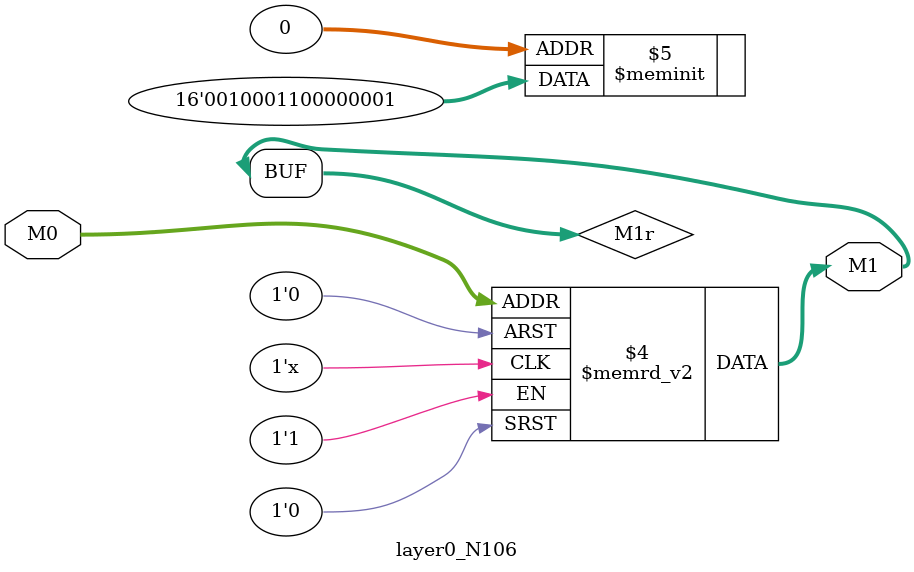
<source format=v>
module layer0_N106 ( input [2:0] M0, output [1:0] M1 );

	(*rom_style = "distributed" *) reg [1:0] M1r;
	assign M1 = M1r;
	always @ (M0) begin
		case (M0)
			3'b000: M1r = 2'b01;
			3'b100: M1r = 2'b11;
			3'b010: M1r = 2'b00;
			3'b110: M1r = 2'b10;
			3'b001: M1r = 2'b00;
			3'b101: M1r = 2'b00;
			3'b011: M1r = 2'b00;
			3'b111: M1r = 2'b00;

		endcase
	end
endmodule

</source>
